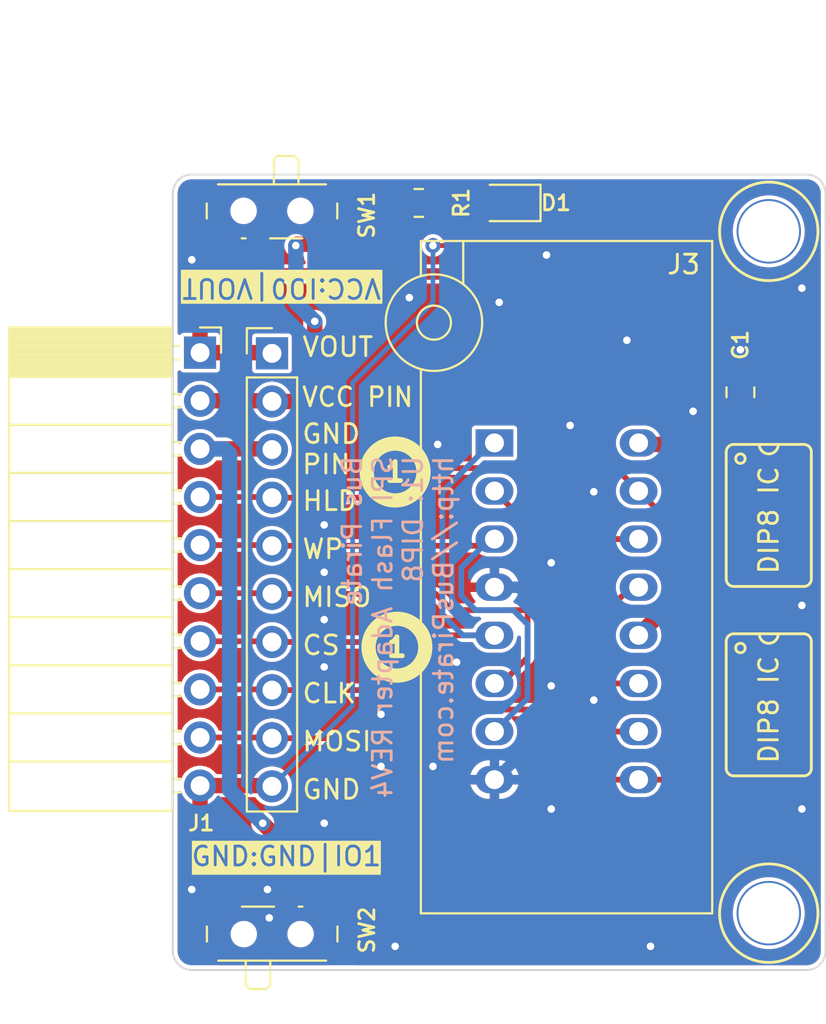
<source format=kicad_pcb>
(kicad_pcb (version 20241229) (generator "pcbnew") (generator_version "9.0")
  (layers (0 "F.Cu" signal) (2 "B.Cu" signal) (13 "F.Paste" user) (15 "B.Paste" user) (5 "F.SilkS" user "F.Silkscreen") (7 "B.SilkS" user "B.Silkscreen") (1 "F.Mask" user) (3 "B.Mask" user) (25 "Edge.Cuts" user))
  (net 0 "")
  (net 1 "Net-(D1-A)")
  (net 2 "VOUT")
  (net 3 "GND")
  (net 4 "CDI")
  (net 5 "CS")
  (net 6 "SCLK")
  (net 7 "CDO")
  (net 8 "VCC_PIN")
  (net 9 "GND_PIN")
  (net 10 "WP")
  (net 11 "HOLD")
  (net 12 "VCC_CHIP")
  (net 13 "GND_CHIP")
  (footprint "LED_SMD:LED_0805_2012Metric" (layer "F.Cu") (at 154.75 67.5 180)
    (property "Reference" "D1" (at -2.5 0 0) (layer "F.SilkS") (effects (font (size 0.8 0.8))))
    (property "Value" "LED")
    (fp_line (start 1 -0.96) (end -1.685 -0.96) (stroke (width 0.12)) (layer "F.SilkS"))
    (fp_line (start -1.685 0.96) (end 1 0.96) (stroke (width 0.12)) (layer "F.SilkS"))
    (fp_line (start -1.685 -0.96) (end -1.685 0.96) (stroke (width 0.12)) (layer "F.SilkS"))
    (pad "1" smd roundrect (at -0.9375 0 180) (size 0.975 1.4) (layers "F.Cu" "F.Mask" "F.Paste") (net 3 "GND"))
    (pad "2" smd roundrect (at 0.9375 0 180) (size 0.975 1.4) (layers "F.Cu" "F.Mask" "F.Paste") (net 1 "Net-(D1-A)"))
  )
  (footprint "Button_Switch_SMD:SW_SPDT_PCM12" (layer "F.Cu") (at 142.24 68.25 180)
    (property "Reference" "SW1" (at -5.01 0.104 90) (layer "F.SilkS") (effects (font (size 0.8 0.8))))
    (property "Value" "SW_SPDT")
    (fp_line (start 3.45 0.72) (end 3.45 -0.07) (stroke (width 0.12)) (layer "F.SilkS"))
    (fp_line (start 1.4 -1.12) (end 1.6 -1.12) (stroke (width 0.12)) (layer "F.SilkS"))
    (fp_line (start -0.1 3.02) (end -0.1 1.73) (stroke (width 0.12)) (layer "F.SilkS"))
    (fp_line (start -0.1 3.02) (end -0.3 3.23) (stroke (width 0.12)) (layer "F.SilkS"))
    (fp_line (start -1.2 3.23) (end -0.3 3.23) (stroke (width 0.12)) (layer "F.SilkS"))
    (fp_line (start -1.4 3.02) (end -1.2 3.23) (stroke (width 0.12)) (layer "F.SilkS"))
    (fp_line (start -1.4 1.73) (end -1.4 3.02) (stroke (width 0.12)) (layer "F.SilkS"))
    (fp_line (start -1.6 -1.12) (end 0.1 -1.12) (stroke (width 0.12)) (layer "F.SilkS"))
    (fp_line (start -2.85 1.73) (end 2.85 1.73) (stroke (width 0.12)) (layer "F.SilkS"))
    (fp_line (start -3.45 -0.07) (end -3.45 0.72) (stroke (width 0.12)) (layer "F.SilkS"))
    (pad "" smd rect (at -3.65 -0.78 180) (size 1 0.8) (layers "F.Cu" "F.Mask" "F.Paste"))
    (pad "" smd rect (at -3.65 1.43 180) (size 1 0.8) (layers "F.Cu" "F.Mask" "F.Paste"))
    (pad "" np_thru_hole circle (at -1.5 0.33 180) (size 0.9 0.9) (drill 0.9) (layers "*.Cu" "*.Mask"))
    (pad "" np_thru_hole circle (at 1.5 0.33 180) (size 0.9 0.9) (drill 0.9) (layers "*.Cu" "*.Mask"))
    (pad "" smd rect (at 3.65 -0.78 180) (size 1 0.8) (layers "F.Cu" "F.Mask" "F.Paste"))
    (pad "" smd rect (at 3.65 1.43 180) (size 1 0.8) (layers "F.Cu" "F.Mask" "F.Paste"))
    (pad "1" smd rect (at -2.25 -1.43 180) (size 0.7 1.5) (layers "F.Cu" "F.Mask" "F.Paste") (net 8 "VCC_PIN"))
    (pad "2" smd rect (at 0.75 -1.43 180) (size 0.7 1.5) (layers "F.Cu" "F.Mask" "F.Paste") (net 12 "VCC_CHIP"))
    (pad "3" smd rect (at 2.25 -1.43 180) (size 0.7 1.5) (layers "F.Cu" "F.Mask" "F.Paste") (net 2 "VOUT"))
  )
  (footprint "Socket:DIP_Socket-16_W4.3_W5.08_W7.62_W10.16_W10.9_3M_216-3340-00-0602J" (layer "F.Cu") (at 154 80.17)
    (property "Reference" "J3" (at 10 -9.42 0) (layer "F.SilkS"))
    (property "Value" "ZIF SOCKET")
    (fp_line (start -3.89 -10.66) (end -3.89 -8.8) (stroke (width 0.12)) (layer "F.SilkS"))
    (fp_line (start -3.89 -3.9) (end -3.89 24.84) (stroke (width 0.12)) (layer "F.SilkS"))
    (fp_line (start -3.89 24.84) (end 11.51 24.84) (stroke (width 0.12)) (layer "F.SilkS"))
    (fp_line (start -1.65 -10.66) (end -1.65 -8.4) (stroke (width 0.12)) (layer "F.SilkS"))
    (fp_line (start 11.51 -10.66) (end -3.89 -10.66) (stroke (width 0.12)) (layer "F.SilkS"))
    (fp_line (start 11.51 24.84) (end 11.51 -10.66) (stroke (width 0.12)) (layer "F.SilkS"))
    (fp_circle (center -3.2 -6.35) (end -2.3 -6.35) (stroke (width 0.12)) (fill no) (layer "F.SilkS"))
    (fp_circle (center -3.2 -6.35) (end -0.65 -6.35) (stroke (width 0.12)) (fill no) (layer "F.SilkS"))
    (pad "1" thru_hole rect (at 0 0) (size 2 1.44) (drill 1) (layers "*.Cu" "*.Mask") (net 5 "CS"))
    (pad "2" thru_hole oval (at 0 2.54) (size 2 1.44) (drill 1) (layers "*.Cu" "*.Mask") (net 4 "CDI"))
    (pad "3" thru_hole oval (at 0 5.08) (size 2 1.44) (drill 1) (layers "*.Cu" "*.Mask") (net 10 "WP"))
    (pad "4" thru_hole oval (at 0 7.62) (size 2 1.44) (drill 1) (layers "*.Cu" "*.Mask") (net 13 "GND_CHIP"))
    (pad "5" thru_hole oval (at 0 10.16) (size 2 1.44) (drill 1) (layers "*.Cu" "*.Mask") (net 5 "CS"))
    (pad "6" thru_hole oval (at 0 12.7) (size 2 1.44) (drill 1) (layers "*.Cu" "*.Mask") (net 4 "CDI"))
    (pad "7" thru_hole oval (at 0 15.24) (size 2 1.44) (drill 1) (layers "*.Cu" "*.Mask") (net 10 "WP"))
    (pad "8" thru_hole oval (at 0 17.78) (size 2 1.44) (drill 1) (layers "*.Cu" "*.Mask") (net 13 "GND_CHIP"))
    (pad "9" thru_hole oval (at 7.62 17.78) (size 2 1.44) (drill 1) (layers "*.Cu" "*.Mask") (net 7 "CDO"))
    (pad "10" thru_hole oval (at 7.62 15.24) (size 2 1.44) (drill 1) (layers "*.Cu" "*.Mask") (net 6 "SCLK"))
    (pad "11" thru_hole oval (at 7.62 12.7) (size 2 1.44) (drill 1) (layers "*.Cu" "*.Mask") (net 11 "HOLD"))
    (pad "12" thru_hole oval (at 7.62 10.16) (size 2 1.44) (drill 1) (layers "*.Cu" "*.Mask") (net 12 "VCC_CHIP"))
    (pad "13" thru_hole oval (at 7.62 7.62) (size 2 1.44) (drill 1) (layers "*.Cu" "*.Mask") (net 7 "CDO"))
    (pad "14" thru_hole oval (at 7.62 5.08) (size 2 1.44) (drill 1) (layers "*.Cu" "*.Mask") (net 6 "SCLK"))
    (pad "15" thru_hole oval (at 7.62 2.54) (size 2 1.44) (drill 1) (layers "*.Cu" "*.Mask") (net 11 "HOLD"))
    (pad "16" thru_hole oval (at 7.62 0) (size 2 1.44) (drill 1) (layers "*.Cu" "*.Mask") (net 12 "VCC_CHIP"))
  )
  (footprint "Connector_PinSocket_2.54mm:PinSocket_1x10_P2.54mm_Horizontal" (layer "F.Cu") (at 138.437442 75.405607)
    (property "Reference" "J1" (at 0.062558 24.844393 180) (layer "F.SilkS") (effects (font (size 0.8 0.8))))
    (property "Value" "Conn_01x10" (hide yes))
    (fp_line (start -10.09 -1.33) (end -10.09 24.19) (stroke (width 0.12)) (layer "F.SilkS"))
    (fp_line (start -10.09 -1.33) (end -1.46 -1.33) (stroke (width 0.12)) (layer "F.SilkS"))
    (fp_line (start -10.09 -1.21) (end -1.46 -1.21) (stroke (width 0.12)) (layer "F.SilkS"))
    (fp_line (start -10.09 -1.091905) (end -1.46 -1.091905) (stroke (width 0.12)) (layer "F.SilkS"))
    (fp_line (start -10.09 -0.97381) (end -1.46 -0.97381) (stroke (width 0.12)) (layer "F.SilkS"))
    (fp_line (start -10.09 -0.855715) (end -1.46 -0.855715) (stroke (width 0.12)) (layer "F.SilkS"))
    (fp_line (start -10.09 -0.73762) (end -1.46 -0.73762) (stroke (width 0.12)) (layer "F.SilkS"))
    (fp_line (start -10.09 -0.619525) (end -1.46 -0.619525) (stroke (width 0.12)) (layer "F.SilkS"))
    (fp_line (start -10.09 -0.50143) (end -1.46 -0.50143) (stroke (width 0.12)) (layer "F.SilkS"))
    (fp_line (start -10.09 -0.383335) (end -1.46 -0.383335) (stroke (width 0.12)) (layer "F.SilkS"))
    (fp_line (start -10.09 -0.26524) (end -1.46 -0.26524) (stroke (width 0.12)) (layer "F.SilkS"))
    (fp_line (start -10.09 -0.147145) (end -1.46 -0.147145) (stroke (width 0.12)) (layer "F.SilkS"))
    (fp_line (start -10.09 -0.02905) (end -1.46 -0.02905) (stroke (width 0.12)) (layer "F.SilkS"))
    (fp_line (start -10.09 0.089045) (end -1.46 0.089045) (stroke (width 0.12)) (layer "F.SilkS"))
    (fp_line (start -10.09 0.20714) (end -1.46 0.20714) (stroke (width 0.12)) (layer "F.SilkS"))
    (fp_line (start -10.09 0.325235) (end -1.46 0.325235) (stroke (width 0.12)) (layer "F.SilkS"))
    (fp_line (start -10.09 0.44333) (end -1.46 0.44333) (stroke (width 0.12)) (layer "F.SilkS"))
    (fp_line (start -10.09 0.561425) (end -1.46 0.561425) (stroke (width 0.12)) (layer "F.SilkS"))
    (fp_line (start -10.09 0.67952) (end -1.46 0.67952) (stroke (width 0.12)) (layer "F.SilkS"))
    (fp_line (start -10.09 0.797615) (end -1.46 0.797615) (stroke (width 0.12)) (layer "F.SilkS"))
    (fp_line (start -10.09 0.91571) (end -1.46 0.91571) (stroke (width 0.12)) (layer "F.SilkS"))
    (fp_line (start -10.09 1.033805) (end -1.46 1.033805) (stroke (width 0.12)) (layer "F.SilkS"))
    (fp_line (start -10.09 1.1519) (end -1.46 1.1519) (stroke (width 0.12)) (layer "F.SilkS"))
    (fp_line (start -10.09 1.27) (end -1.46 1.27) (stroke (width 0.12)) (layer "F.SilkS"))
    (fp_line (start -10.09 3.81) (end -1.46 3.81) (stroke (width 0.12)) (layer "F.SilkS"))
    (fp_line (start -10.09 6.35) (end -1.46 6.35) (stroke (width 0.12)) (layer "F.SilkS"))
    (fp_line (start -10.09 8.89) (end -1.46 8.89) (stroke (width 0.12)) (layer "F.SilkS"))
    (fp_line (start -10.09 11.43) (end -1.46 11.43) (stroke (width 0.12)) (layer "F.SilkS"))
    (fp_line (start -10.09 13.97) (end -1.46 13.97) (stroke (width 0.12)) (layer "F.SilkS"))
    (fp_line (start -10.09 16.51) (end -1.46 16.51) (stroke (width 0.12)) (layer "F.SilkS"))
    (fp_line (start -10.09 19.05) (end -1.46 19.05) (stroke (width 0.12)) (layer "F.SilkS"))
    (fp_line (start -10.09 21.59) (end -1.46 21.59) (stroke (width 0.12)) (layer "F.SilkS"))
    (fp_line (start -10.09 24.19) (end -1.46 24.19) (stroke (width 0.12)) (layer "F.SilkS"))
    (fp_line (start -1.46 -1.33) (end -1.46 24.19) (stroke (width 0.12)) (layer "F.SilkS"))
    (fp_line (start -1.46 -0.36) (end -1.11 -0.36) (stroke (width 0.12)) (layer "F.SilkS"))
    (fp_line (start -1.46 0.36) (end -1.11 0.36) (stroke (width 0.12)) (layer "F.SilkS"))
    (fp_line (start -1.46 2.18) (end -1.05 2.18) (stroke (width 0.12)) (layer "F.SilkS"))
    (fp_line (start -1.46 2.9) (end -1.05 2.9) (stroke (width 0.12)) (layer "F.SilkS"))
    (fp_line (start -1.46 4.72) (end -1.05 4.72) (stroke (width 0.12)) (layer "F.SilkS"))
    (fp_line (start -1.46 5.44) (end -1.05 5.44) (stroke (width 0.12)) (layer "F.SilkS"))
    (fp_line (start -1.46 7.26) (end -1.05 7.26) (stroke (width 0.12)) (layer "F.SilkS"))
    (fp_line (start -1.46 7.98) (end -1.05 7.98) (stroke (width 0.12)) (layer "F.SilkS"))
    (fp_line (start -1.46 9.8) (end -1.05 9.8) (stroke (width 0.12)) (layer "F.SilkS"))
    (fp_line (start -1.46 10.52) (end -1.05 10.52) (stroke (width 0.12)) (layer "F.SilkS"))
    (fp_line (start -1.46 12.34) (end -1.05 12.34) (stroke (width 0.12)) (layer "F.SilkS"))
    (fp_line (start -1.46 13.06) (end -1.05 13.06) (stroke (width 0.12)) (layer "F.SilkS"))
    (fp_line (start -1.46 14.88) (end -1.05 14.88) (stroke (width 0.12)) (layer "F.SilkS"))
    (fp_line (start -1.46 15.6) (end -1.05 15.6) (stroke (width 0.12)) (layer "F.SilkS"))
    (fp_line (start -1.46 17.42) (end -1.05 17.42) (stroke (width 0.12)) (layer "F.SilkS"))
    (fp_line (start -1.46 18.14) (end -1.05 18.14) (stroke (width 0.12)) (layer "F.SilkS"))
    (fp_line (start -1.46 19.96) (end -1.05 19.96) (stroke (width 0.12)) (layer "F.SilkS"))
    (fp_line (start -1.46 20.68) (end -1.05 20.68) (stroke (width 0.12)) (layer "F.SilkS"))
    (fp_line (start -1.46 22.5) (end -1.05 22.5) (stroke (width 0.12)) (layer "F.SilkS"))
    (fp_line (start -1.46 23.22) (end -1.05 23.22) (stroke (width 0.12)) (layer "F.SilkS"))
    (fp_line (start 0 -1.33) (end 1.11 -1.33) (stroke (width 0.12)) (layer "F.SilkS"))
    (fp_line (start 1.11 -1.33) (end 1.11 0) (stroke (width 0.12)) (layer "F.SilkS"))
    (pad "1" thru_hole rect (at 0 0) (size 1.7 1.7) (drill 1) (layers "*.Cu" "*.Mask") (net 2 "VOUT"))
    (pad "2" thru_hole oval (at 0 2.54) (size 1.7 1.7) (drill 1) (layers "*.Cu" "*.Mask") (net 8 "VCC_PIN"))
    (pad "3" thru_hole oval (at 0 5.08) (size 1.7 1.7) (drill 1) (layers "*.Cu" "*.Mask") (net 9 "GND_PIN"))
    (pad "4" thru_hole oval (at 0 7.62) (size 1.7 1.7) (drill 1) (layers "*.Cu" "*.Mask") (net 11 "HOLD"))
    (pad "5" thru_hole oval (at 0 10.16) (size 1.7 1.7) (drill 1) (layers "*.Cu" "*.Mask") (net 10 "WP"))
    (pad "6" thru_hole oval (at 0 12.7) (size 1.7 1.7) (drill 1) (layers "*.Cu" "*.Mask") (net 4 "CDI"))
    (pad "7" thru_hole oval (at 0 15.24) (size 1.7 1.7) (drill 1) (layers "*.Cu" "*.Mask") (net 5 "CS"))
    (pad "8" thru_hole oval (at 0 17.78) (size 1.7 1.7) (drill 1) (layers "*.Cu" "*.Mask") (net 6 "SCLK"))
    (pad "9" thru_hole oval (at 0 20.32) (size 1.7 1.7) (drill 1) (layers "*.Cu" "*.Mask") (net 7 "CDO"))
    (pad "10" thru_hole oval (at 0 22.86) (size 1.7 1.7) (drill 1) (layers "*.Cu" "*.Mask") (net 3 "GND"))
  )
  (footprint "Capacitor_SMD:C_0805_2012Metric" (layer "F.Cu") (at 167 77.5 90)
    (property "Reference" "C1" (at 2.5 0 90) (layer "F.SilkS") (effects (font (size 0.8 0.8))))
    (property "Value" "0.1uF")
    (fp_line (start -0.261252 -0.735) (end 0.261252 -0.735) (stroke (width 0.12)) (layer "F.SilkS"))
    (fp_line (start -0.261252 0.735) (end 0.261252 0.735) (stroke (width 0.12)) (layer "F.SilkS"))
    (pad "1" smd roundrect (at -0.95 0 90) (size 1 1.45) (layers "F.Cu" "F.Mask" "F.Paste") (net 12 "VCC_CHIP"))
    (pad "2" smd roundrect (at 0.95 0 90) (size 1 1.45) (layers "F.Cu" "F.Mask" "F.Paste") (net 13 "GND_CHIP"))
  )
  (footprint "Connector_PinHeader_2.54mm:PinHeader_1x10_P2.54mm_Vertical" (layer "F.Cu") (at 142.24 75.443)
    (property "Reference" "J2")
    (property "Value" "Conn_01x10" (hide yes))
    (fp_line (start -1.33 -1.33) (end 0 -1.33) (stroke (width 0.12)) (layer "F.SilkS"))
    (fp_line (start -1.33 0) (end -1.33 -1.33) (stroke (width 0.12)) (layer "F.SilkS"))
    (fp_line (start -1.33 1.27) (end -1.33 24.19) (stroke (width 0.12)) (layer "F.SilkS"))
    (fp_line (start -1.33 1.27) (end 1.33 1.27) (stroke (width 0.12)) (layer "F.SilkS"))
    (fp_line (start -1.33 24.19) (end 1.33 24.19) (stroke (width 0.12)) (layer "F.SilkS"))
    (fp_line (start 1.33 1.27) (end 1.33 24.19) (stroke (width 0.12)) (layer "F.SilkS"))
    (pad "1" thru_hole rect (at 0 0) (size 1.7 1.7) (drill 1) (layers "*.Cu" "*.Mask") (net 2 "VOUT"))
    (pad "2" thru_hole oval (at 0 2.54) (size 1.7 1.7) (drill 1) (layers "*.Cu" "*.Mask") (net 8 "VCC_PIN"))
    (pad "3" thru_hole oval (at 0 5.08) (size 1.7 1.7) (drill 1) (layers "*.Cu" "*.Mask") (net 9 "GND_PIN"))
    (pad "4" thru_hole oval (at 0 7.62) (size 1.7 1.7) (drill 1) (layers "*.Cu" "*.Mask") (net 11 "HOLD"))
    (pad "5" thru_hole oval (at 0 10.16) (size 1.7 1.7) (drill 1) (layers "*.Cu" "*.Mask") (net 10 "WP"))
    (pad "6" thru_hole oval (at 0 12.7) (size 1.7 1.7) (drill 1) (layers "*.Cu" "*.Mask") (net 4 "CDI"))
    (pad "7" thru_hole oval (at 0 15.24) (size 1.7 1.7) (drill 1) (layers "*.Cu" "*.Mask") (net 5 "CS"))
    (pad "8" thru_hole oval (at 0 17.78) (size 1.7 1.7) (drill 1) (layers "*.Cu" "*.Mask") (net 6 "SCLK"))
    (pad "9" thru_hole oval (at 0 20.32) (size 1.7 1.7) (drill 1) (layers "*.Cu" "*.Mask") (net 7 "CDO"))
    (pad "10" thru_hole oval (at 0 22.86) (size 1.7 1.7) (drill 1) (layers "*.Cu" "*.Mask") (net 3 "GND"))
  )
  (footprint "Button_Switch_SMD:SW_SPDT_PCM12" (layer "F.Cu") (at 142.25 105.775)
    (property "Reference" "SW2" (at 5.01 0.118 270) (layer "F.SilkS") (effects (font (size 0.8 0.8))))
    (property "Value" "SW_SPDT")
    (fp_line (start -3.45 -0.07) (end -3.45 0.72) (stroke (width 0.12)) (layer "F.SilkS"))
    (fp_line (start -2.85 1.73) (end 2.85 1.73) (stroke (width 0.12)) (layer "F.SilkS"))
    (fp_line (start -1.6 -1.12) (end 0.1 -1.12) (stroke (width 0.12)) (layer "F.SilkS"))
    (fp_line (start -1.4 1.73) (end -1.4 3.02) (stroke (width 0.12)) (layer "F.SilkS"))
    (fp_line (start -1.4 3.02) (end -1.2 3.23) (stroke (width 0.12)) (layer "F.SilkS"))
    (fp_line (start -1.2 3.23) (end -0.3 3.23) (stroke (width 0.12)) (layer "F.SilkS"))
    (fp_line (start -0.1 3.02) (end -0.3 3.23) (stroke (width 0.12)) (layer "F.SilkS"))
    (fp_line (start -0.1 3.02) (end -0.1 1.73) (stroke (width 0.12)) (layer "F.SilkS"))
    (fp_line (start 1.4 -1.12) (end 1.6 -1.12) (stroke (width 0.12)) (layer "F.SilkS"))
    (fp_line (start 3.45 0.72) (end 3.45 -0.07) (stroke (width 0.12)) (layer "F.SilkS"))
    (pad "" smd rect (at -3.65 -0.78) (size 1 0.8) (layers "F.Cu" "F.Mask" "F.Paste"))
    (pad "" smd rect (at -3.65 1.43) (size 1 0.8) (layers "F.Cu" "F.Mask" "F.Paste"))
    (pad "" np_thru_hole circle (at -1.5 0.33) (size 0.9 0.9) (drill 0.9) (layers "*.Cu" "*.Mask"))
    (pad "" np_thru_hole circle (at 1.5 0.33) (size 0.9 0.9) (drill 0.9) (layers "*.Cu" "*.Mask"))
    (pad "" smd rect (at 3.65 -0.78) (size 1 0.8) (layers "F.Cu" "F.Mask" "F.Paste"))
    (pad "" smd rect (at 3.65 1.43) (size 1 0.8) (layers "F.Cu" "F.Mask" "F.Paste"))
    (pad "1" smd rect (at -2.25 -1.43) (size 0.7 1.5) (layers "F.Cu" "F.Mask" "F.Paste") (net 3 "GND"))
    (pad "2" smd rect (at 0.75 -1.43) (size 0.7 1.5) (layers "F.Cu" "F.Mask" "F.Paste") (net 13 "GND_CHIP"))
    (pad "3" smd rect (at 2.25 -1.43) (size 0.7 1.5) (layers "F.Cu" "F.Mask" "F.Paste") (net 9 "GND_PIN"))
  )
  (footprint "Resistor_SMD:R_0805_2012Metric" (layer "F.Cu") (at 150 67.5)
    (property "Reference" "R1" (at 2.25 0 90) (layer "F.SilkS") (effects (font (size 0.8 0.8))))
    (property "Value" "2K")
    (fp_line (start -0.227064 -0.735) (end 0.227064 -0.735) (stroke (width 0.12)) (layer "F.SilkS"))
    (fp_line (start -0.227064 0.735) (end 0.227064 0.735) (stroke (width 0.12)) (layer "F.SilkS"))
    (pad "1" smd roundrect (at -0.9125 0) (size 1.025 1.4) (layers "F.Cu" "F.Mask" "F.Paste") (roundrect_rratio 0.243902439) (net 2 "VOUT"))
    (pad "2" smd roundrect (at 0.9125 0) (size 1.025 1.4) (layers "F.Cu" "F.Mask" "F.Paste") (roundrect_rratio 0.243902439) (net 1 "Net-(D1-A)"))
  )
  (gr_circle (center 148.75 81.707106) (end 150.25 81.707106) (stroke (width 0.75)) (fill no) (layer "F.SilkS"))
  (gr_circle (center 168.5 69) (end 171.1 69) (stroke (width 0.15)) (fill no) (layer "F.SilkS"))
  (gr_circle (center 167 81) (end 167.25 81) (stroke (width 0.15)) (fill no) (layer "F.SilkS"))
  (gr_line (start 170.35 97.75) (end 166.65 97.75) (stroke (width 0.15)) (layer "F.SilkS"))
  (gr_circle (center 168.5 105) (end 171.1 105) (stroke (width 0.15)) (fill no) (layer "F.SilkS"))
  (gr_line (start 170.75 90.65) (end 170.75 97.35) (stroke (width 0.15)) (layer "F.SilkS"))
  (gr_line (start 170.75 80.65) (end 170.75 87.35) (stroke (width 0.15)) (layer "F.SilkS"))
  (gr_arc (start 169 80.25) (mid 168.5 80.75) (end 168 80.25) (stroke (width 0.15)) (layer "F.SilkS"))
  (gr_line (start 166.65 80.25) (end 170.35 80.25) (stroke (width 0.15)) (layer "F.SilkS"))
  (gr_arc (start 166.65 97.75) (mid 166.367157 97.632843) (end 166.25 97.35) (stroke (width 0.15)) (layer "F.SilkS"))
  (gr_line (start 166.25 87.35) (end 166.25 80.65) (stroke (width 0.15)) (layer "F.SilkS"))
  (gr_arc (start 166.25 90.65) (mid 166.367157 90.367157) (end 166.65 90.25) (stroke (width 0.15)) (layer "F.SilkS"))
  (gr_arc (start 170.75 97.35) (mid 170.632843 97.632843) (end 170.35 97.75) (stroke (width 0.15)) (layer "F.SilkS"))
  (gr_arc (start 170.35 80.25) (mid 170.632843 80.367157) (end 170.75 80.65) (stroke (width 0.15)) (layer "F.SilkS"))
  (gr_circle (center 148.844 90.956) (end 150.344 90.956) (stroke (width 0.75)) (fill no) (layer "F.SilkS"))
  (gr_line (start 166.65 90.25) (end 170.35 90.25) (stroke (width 0.15)) (layer "F.SilkS"))
  (gr_arc (start 169 90.25) (mid 168.5 90.75) (end 168 90.25) (stroke (width 0.15)) (layer "F.SilkS"))
  (gr_arc (start 166.65 87.75) (mid 166.367157 87.632843) (end 166.25 87.35) (stroke (width 0.15)) (layer "F.SilkS"))
  (gr_line (start 166.25 97.35) (end 166.25 90.65) (stroke (width 0.15)) (layer "F.SilkS"))
  (gr_arc (start 170.35 90.25) (mid 170.632843 90.367157) (end 170.75 90.65) (stroke (width 0.15)) (layer "F.SilkS"))
  (gr_arc (start 170.75 87.35) (mid 170.632843 87.632843) (end 170.35 87.75) (stroke (width 0.15)) (layer "F.SilkS"))
  (gr_line (start 170.35 87.75) (end 166.65 87.75) (stroke (width 0.15)) (layer "F.SilkS"))
  (gr_circle (center 167 91) (end 167.25 91) (stroke (width 0.15)) (fill no) (layer "F.SilkS"))
  (gr_arc (start 166.25 80.65) (mid 166.367157 80.367157) (end 166.65 80.25) (stroke (width 0.15)) (layer "F.SilkS"))
  (gr_line (start 138 66) (end 170.5 66) (stroke (width 0.1)) (layer "Edge.Cuts"))
  (gr_line (start 138 108) (end 170.5 108) (stroke (width 0.1)) (layer "Edge.Cuts"))
  (gr_line (start 171.5 107) (end 171.5 67) (stroke (width 0.1)) (layer "Edge.Cuts"))
  (gr_line (start 137 67) (end 137 107) (stroke (width 0.1)) (layer "Edge.Cuts"))
  (gr_arc (start 171.5 107) (mid 171.207107 107.707107) (end 170.5 108) (stroke (width 0.1)) (layer "Edge.Cuts"))
  (gr_arc (start 170.5 66) (mid 171.207107 66.292893) (end 171.5 67) (stroke (width 0.1)) (layer "Edge.Cuts"))
  (gr_arc (start 138 108) (mid 137.292893 107.707107) (end 137 107) (stroke (width 0.1)) (layer "Edge.Cuts"))
  (gr_arc (start 137 67) (mid 137.292893 66.292893) (end 138 66) (stroke (width 0.1)) (layer "Edge.Cuts"))
  (gr_text "VCC:IO0|VOUT" (at 142.75 72 180) (layer "F.SilkS" knockout) (effects (font (size 1 1))))
  (gr_text "DIP8 IC" (at 168.5 94.25 90) (layer "F.SilkS") (effects (font (size 1 1))))
  (gr_text "HLD" (at 143.764 83.82 0) (layer "F.SilkS") (effects (font (size 1 1)) (justify left bottom)))
  (gr_text "WP" (at 143.764 86.36 0) (layer "F.SilkS") (effects (font (size 1 1)) (justify left bottom)))
  (gr_text "VCC PIN" (at 143.75 77.75 0) (layer "F.SilkS") (effects (font (size 1 0.95)) (justify left)))
  (gr_text "MISO" (at 143.764 88.9 0) (layer "F.SilkS") (effects (font (size 1 1)) (justify left bottom)))
  (gr_text "MOSI" (at 143.764 96.52 0) (layer "F.SilkS") (effects (font (size 1 1)) (justify left bottom)))
  (gr_text "DIP8 IC" (at 168.5 84.25 90) (layer "F.SilkS") (effects (font (size 1 1))))
  (gr_text "CLK" (at 143.764 93.98 0) (layer "F.SilkS") (effects (font (size 1 1)) (justify left bottom)))
  (gr_text "VOUT" (at 143.764 75.692 0) (layer "F.SilkS") (effects (font (size 1 1)) (justify left bottom)))
  (gr_text "GND:GND|IO1" (at 143 102 0) (layer "F.SilkS" knockout) (effects (font (size 1 1))))
  (gr_text "GND\nPIN" (at 143.75 80.5 0) (layer "F.SilkS") (effects (font (size 1 1)) (justify left)))
  (gr_text "1" (at 148.844 90.956 0) (layer "F.SilkS") (effects (font (size 1 1) (thickness 0.25) (bold yes))))
  (gr_text "GND" (at 143.764 99.06 0) (layer "F.SilkS") (effects (font (size 1 1)) (justify left bottom)))
  (gr_text "1" (at 148.75 81.707106 0) (layer "F.SilkS") (effects (font (size 1 1) (thickness 0.25) (bold yes))))
  (gr_text "CS" (at 143.764 91.44 0) (layer "F.SilkS") (effects (font (size 1 1)) (justify left bottom)))
  (gr_text "Bus Pirate\nSPI Flash Adapter REV4\nU1: DIP8\nhttp://BusPirate.com" (at 151.892 80.772 90) (layer "B.SilkS") (effects (font (size 1 1)) (justify left bottom mirror)))
  (via (at 168.5 69) (size 3.4) (drill 3.2) (layers "F.Cu" "B.Cu") (net 0))
  (via (at 168.5 105) (size 3.4) (drill 3.2) (layers "F.Cu" "B.Cu") (net 0))
  (segment (start 150.9125 67.5) (end 153.8125 67.5) (width 0.25) (layer "F.Cu") (net 1))
  (segment (start 139.75 67.25) (end 140.25 66.75) (width 0.3048) (layer "F.Cu") (net 2))
  (segment (start 138.437442 75.405607) (end 142.202607 75.405607) (width 0.8128) (layer "F.Cu") (net 2))
  (segment (start 139.75 68.5) (end 139.75 67.25) (width 0.3048) (layer "F.Cu") (net 2))
  (segment (start 145.25 67.75) (end 148.8375 67.75) (width 0.3048) (layer "F.Cu") (net 2))
  (segment (start 148.8375 67.75) (end 149.0875 67.5) (width 0.3048) (layer "F.Cu") (net 2))
  (segment (start 139.99 68.74) (end 139.75 68.5) (width 0.3048) (layer "F.Cu") (net 2))
  (segment (start 142.202607 75.405607) (end 142.24 75.443) (width 0.8128) (layer "F.Cu") (net 2))
  (segment (start 144.25 66.75) (end 145.25 67.75) (width 0.3048) (layer "F.Cu") (net 2))
  (segment (start 139.99 71.01) (end 139.99 69.68) (width 0.8128) (layer "F.Cu") (net 2))
  (segment (start 138.437442 72.562558) (end 139.99 71.01) (width 0.8128) (layer "F.Cu") (net 2))
  (segment (start 138.437442 75.405607) (end 138.437442 72.562558) (width 0.8128) (layer "F.Cu") (net 2))
  (segment (start 140.25 66.75) (end 144.25 66.75) (width 0.3048) (layer "F.Cu") (net 2))
  (segment (start 139.99 69.68) (end 139.99 68.74) (width 0.3048) (layer "F.Cu") (net 2))
  (segment (start 150.75 69.75) (end 153.4375 69.75) (width 0.25) (layer "F.Cu") (net 3))
  (segment (start 138.437442 98.265607) (end 142.202607 98.265607) (width 0.8128) (layer "F.Cu") (net 3))
  (segment (start 142.202607 98.265607) (end 142.24 98.303) (width 0.8128) (layer "F.Cu") (net 3))
  (segment (start 138.437442 100.187442) (end 138.437442 98.265607) (width 0.8128) (layer "F.Cu") (net 3))
  (segment (start 140 101.75) (end 138.437442 100.187442) (width 0.8128) (layer "F.Cu") (net 3))
  (segment (start 140 104.345) (end 140 101.75) (width 0.8128) (layer "F.Cu") (net 3))
  (segment (start 153.4375 69.75) (end 155.6875 67.5) (width 0.25) (layer "F.Cu") (net 3))
  (via (at 150.75 69.75) (size 0.8) (drill 0.4) (layers "F.Cu" "B.Cu") (net 3))
  (segment (start 146.5 94.043) (end 146.5 77) (width 0.25) (layer "B.Cu") (net 3))
  (segment (start 146.5 77) (end 150.75 72.75) (width 0.25) (layer "B.Cu") (net 3))
  (segment (start 142.24 98.303) (end 146.5 94.043) (width 0.25) (layer "B.Cu") (net 3))
  (segment (start 150.75 72.75) (end 150.75 69.75) (width 0.25) (layer "B.Cu") (net 3))
  (segment (start 142.202607 88.105607) (end 142.24 88.143) (width 0.3048) (layer "F.Cu") (net 4))
  (segment (start 155.75 86.643) (end 155.75 89) (width 0.3048) (layer "F.Cu") (net 4))
  (segment (start 150.893 88.143) (end 142.24 88.143) (width 0.3048) (layer "F.Cu") (net 4))
  (segment (start 151.75 89) (end 155.75 89) (width 0.3048) (layer "F.Cu") (net 4))
  (segment (start 155.75 89) (end 155.75 91.5) (width 0.3048) (layer "F.Cu") (net 4))
  (segment (start 150.893 88.143) (end 151.75 89) (width 0.3048) (layer "F.Cu") (net 4))
  (segment (start 155.75 86.643) (end 155.75 84.46) (width 0.3048) (layer "F.Cu") (net 4))
  (segment (start 155.75 91.5) (end 154.38 92.87) (width 0.3048) (layer "F.Cu") (net 4))
  (segment (start 155.75 84.46) (end 154 82.71) (width 0.3048) (layer "F.Cu") (net 4))
  (segment (start 154.38 92.87) (end 154 92.87) (width 0.3048) (layer "F.Cu") (net 4))
  (segment (start 138.437442 88.105607) (end 142.202607 88.105607) (width 0.3048) (layer "F.Cu") (net 4))
  (segment (start 151 90.33) (end 154 90.33) (width 0.3048) (layer "F.Cu") (net 5))
  (segment (start 142.202607 90.645607) (end 142.24 90.683) (width 0.3048) (layer "F.Cu") (net 5))
  (segment (start 150.647 90.683) (end 151 90.33) (width 0.3048) (layer "F.Cu") (net 5))
  (segment (start 142.24 90.683) (end 150.647 90.683) (width 0.3048) (layer "F.Cu") (net 5))
  (segment (start 138.437442 90.645607) (end 142.202607 90.645607) (width 0.3048) (layer "F.Cu") (net 5))
  (segment (start 151.25 82.75) (end 151.25 89.25) (width 0.3048) (layer "B.Cu") (net 5))
  (segment (start 152.33 90.33) (end 154 90.33) (width 0.3048) (layer "B.Cu") (net 5))
  (segment (start 154 80.17) (end 153.83 80.17) (width 0.3048) (layer "B.Cu") (net 5))
  (segment (start 151.25 89.25) (end 152.33 90.33) (width 0.3048) (layer "B.Cu") (net 5))
  (segment (start 153.83 80.17) (end 151.25 82.75) (width 0.3048) (layer "B.Cu") (net 5))
  (segment (start 142.24 93.223) (end 151.473 93.223) (width 0.3048) (layer "F.Cu") (net 6))
  (segment (start 151.473 93.223) (end 152.5 94.25) (width 0.3048) (layer "F.Cu") (net 6))
  (segment (start 142.202607 93.185607) (end 142.24 93.223) (width 0.3048) (layer "F.Cu") (net 6))
  (segment (start 152.5 94.25) (end 158 94.25) (width 0.3048) (layer "F.Cu") (net 6))
  (segment (start 158 87.25) (end 158 94.25) (width 0.3048) (layer "F.Cu") (net 6))
  (segment (start 160 85.25) (end 158 87.25) (width 0.3048) (layer "F.Cu") (net 6))
  (segment (start 159.16 95.41) (end 161.62 95.41) (width 0.3048) (layer "F.Cu") (net 6))
  (segment (start 161.62 85.25) (end 160 85.25) (width 0.3048) (layer "F.Cu") (net 6))
  (segment (start 138.437442 93.185607) (end 142.202607 93.185607) (width 0.3048) (layer "F.Cu") (net 6))
  (segment (start 158 94.25) (end 159.16 95.41) (width 0.3048) (layer "F.Cu") (net 6))
  (segment (start 164.25 93) (end 164.25 96.6248) (width 0.3048) (layer "F.Cu") (net 7))
  (segment (start 151.263 95.763) (end 152.25 96.75) (width 0.3048) (layer "F.Cu") (net 7))
  (segment (start 164.25 96.6248) (end 162.9248 97.95) (width 0.3048) (layer "F.Cu") (net 7))
  (segment (start 161.62 87.79) (end 161.21 87.79) (width 0.3048) (layer "F.Cu") (net 7))
  (segment (start 152.25 96.75) (end 157 96.75) (width 0.3048) (layer "F.Cu") (net 7))
  (segment (start 142.24 95.763) (end 151.263 95.763) (width 0.3048) (layer "F.Cu") (net 7))
  (segment (start 160 89) (end 160 91) (width 0.3048) (layer "F.Cu") (net 7))
  (segment (start 142.202607 95.725607) (end 142.24 95.763) (width 0.3048) (layer "F.Cu") (net 7))
  (segment (start 160 91) (end 160.5 91.5) (width 0.3048) (layer "F.Cu") (net 7))
  (segment (start 160.5 91.5) (end 162.75 91.5) (width 0.3048) (layer "F.Cu") (net 7))
  (segment (start 138.437442 95.725607) (end 142.202607 95.725607) (width 0.3048) (layer "F.Cu") (net 7))
  (segment (start 162.75 91.5) (end 164.25 93) (width 0.3048) (layer "F.Cu") (net 7))
  (segment (start 157 96.75) (end 158.2 97.95) (width 0.3048) (layer "F.Cu") (net 7))
  (segment (start 162.9248 97.95) (end 161.62 97.95) (width 0.3048) (layer "F.Cu") (net 7))
  (segment (start 161.21 87.79) (end 160 89) (width 0.3048) (layer "F.Cu") (net 7))
  (segment (start 158.2 97.95) (end 161.62 97.95) (width 0.3048) (layer "F.Cu") (net 7))
  (segment (start 142.24 77.983) (end 143.767 77.983) (width 0.8128) (layer "F.Cu") (net 8))
  (segment (start 143.57 69.68) (end 144.49 69.68) (width 0.8128) (layer "F.Cu") (net 8))
  (segment (start 142.202607 77.945607) (end 142.24 77.983) (width 0.8128) (layer "F.Cu") (net 8))
  (segment (start 144.5 77.25) (end 144.5 73.75) (width 0.8128) (layer "F.Cu") (net 8))
  (segment (start 143.767 77.983) (end 144.5 77.25) (width 0.8128) (layer "F.Cu") (net 8))
  (segment (start 138.437442 77.945607) (end 142.202607 77.945607) (width 0.8128) (layer "F.Cu") (net 8))
  (segment (start 143.5 69.75) (end 143.57 69.68) (width 0.8128) (layer "F.Cu") (net 8))
  (via (at 143.5 69.75) (size 0.8) (drill 0.4) (layers "F.Cu" "B.Cu") (net 8))
  (via (at 144.5 73.75) (size 0.8) (drill 0.4) (layers "F.Cu" "B.Cu") (net 8))
  (segment (start 143.5 72.75) (end 144.5 73.75) (width 0.8128) (layer "B.Cu") (net 8))
  (segment (start 143.5 69.75) (end 143.5 72.75) (width 0.8128) (layer "B.Cu") (net 8))
  (segment (start 141.75 100.25) (end 144.5 103) (width 0.8128) (layer "F.Cu") (net 9))
  (segment (start 138.437442 80.485607) (end 142.202607 80.485607) (width 0.8128) (layer "F.Cu") (net 9))
  (segment (start 144.5 103) (end 144.5 104.345) (width 0.8128) (layer "F.Cu") (net 9))
  (segment (start 142.202607 80.485607) (end 142.24 80.523) (width 0.8128) (layer "F.Cu") (net 9))
  (via (at 141.75 100.25) (size 0.8) (drill 0.4) (layers "F.Cu" "B.Cu") (net 9))
  (segment (start 140 98.5) (end 140 80.75) (width 0.8128) (layer "B.Cu") (net 9))
  (segment (start 140 80.75) (end 139.735607 80.485607) (width 0.8128) (layer "B.Cu") (net 9))
  (segment (start 141.75 100.25) (end 140 98.5) (width 0.8128) (layer "B.Cu") (net 9))
  (segment (start 139.735607 80.485607) (end 138.437442 80.485607) (width 0.8128) (layer "B.Cu") (net 9))
  (segment (start 142.24 85.603) (end 153.647 85.603) (width 0.3048) (layer "F.Cu") (net 10))
  (segment (start 153.647 85.603) (end 154 85.25) (width 0.3048) (layer "F.Cu") (net 10))
  (segment (start 138.437442 85.565607) (end 142.202607 85.565607) (width 0.3048) (layer "F.Cu") (net 10))
  (segment (start 142.202607 85.565607) (end 142.24 85.603) (width 0.3048) (layer "F.Cu") (net 10))
  (segment (start 155.75 89.75) (end 155 89) (width 0.3048) (layer "B.Cu") (net 10))
  (segment (start 154 95.41) (end 155.75 93.66) (width 0.3048) (layer "B.Cu") (net 10))
  (segment (start 155.75 93.66) (end 155.75 89.75) (width 0.3048) (layer "B.Cu") (net 10))
  (segment (start 153.75 85.25) (end 154 85.25) (width 0.3048) (layer "B.Cu") (net 10))
  (segment (start 153 89) (end 152.25 88.25) (width 0.3048) (layer "B.Cu") (net 10))
  (segment (start 155 89) (end 153 89) (width 0.3048) (layer "B.Cu") (net 10))
  (segment (start 152.25 86.75) (end 153.75 85.25) (width 0.3048) (layer "B.Cu") (net 10))
  (segment (start 152.25 88.25) (end 152.25 86.75) (width 0.3048) (layer "B.Cu") (net 10))
  (segment (start 163.5 84.59) (end 161.62 82.71) (width 0.3048) (layer "F.Cu") (net 11))
  (segment (start 138.437442 83.025607) (end 142.202607 83.025607) (width 0.3048) (layer "F.Cu") (net 11))
  (segment (start 142.202607 83.025607) (end 142.24 83.063) (width 0.3048) (layer "F.Cu") (net 11))
  (segment (start 161.62 92.87) (end 160.37 92.87) (width 0.3048) (layer "F.Cu") (net 11))
  (segment (start 160.41 81.5) (end 149 81.5) (width 0.3048) (layer "F.Cu") (net 11))
  (segment (start 162.75 86.5) (end 163.5 85.75) (width 0.3048) (layer "F.Cu") (net 11))
  (segment (start 159.25 91.75) (end 159.25 88) (width 0.3048) (layer "F.Cu") (net 11))
  (segment (start 163.5 85.75) (end 163.5 84.59) (width 0.3048) (layer "F.Cu") (net 11))
  (segment (start 160.37 92.87) (end 159.25 91.75) (width 0.3048) (layer "F.Cu") (net 11))
  (segment (start 149 81.5) (end 147.437 83.063) (width 0.3048) (layer "F.Cu") (net 11))
  (segment (start 147.437 83.063) (end 142.24 83.063) (width 0.3048) (layer "F.Cu") (net 11))
  (segment (start 159.25 88) (end 160.75 86.5) (width 0.3048) (layer "F.Cu") (net 11))
  (segment (start 160.75 86.5) (end 162.75 86.5) (width 0.3048) (layer "F.Cu") (net 11))
  (segment (start 161.62 82.71) (end 160.41 81.5) (width 0.3048) (layer "F.Cu") (net 11))
  (segment (start 142.25 71.25) (end 155 71.25) (width 0.6096) (layer "F.Cu") (net 12))
  (segment (start 164.75 76.5) (end 166.7 78.45) (width 0.6096) (layer "F.Cu") (net 12))
  (segment (start 160.25 76.5) (end 164.75 76.5) (width 0.6096) (layer "F.Cu") (net 12))
  (segment (start 165.2 80.25) (end 167 78.45) (width 0.8128) (layer "F.Cu") (net 12))
  (segment (start 155 71.25) (end 160.25 76.5) (width 0.6096) (layer "F.Cu") (net 12))
  (segment (start 161.7 80.25) (end 164.75 80.25) (width 0.8128) (layer "F.Cu") (net 12))
  (segment (start 164.75 80.25) (end 165.2 80.25) (width 0.8128) (layer "F.Cu") (net 12))
  (segment (start 141.49 69.68) (end 141.49 70.49) (width 0.6096) (layer "F.Cu") (net 12))
  (segment (start 141.49 70.49) (end 142.25 71.25) (width 0.6096) (layer "F.Cu") (net 12))
  (segment (start 161.62 80.17) (end 161.7 80.25) (width 0.8128) (layer "F.Cu") (net 12))
  (segment (start 164.75 80.25) (end 164.75 87.2) (width 0.8128) (layer "F.Cu") (net 12))
  (segment (start 164.75 87.2) (end 161.62 90.33) (width 0.8128) (layer "F.Cu") (net 12))
  (segment (start 166.7 78.45) (end 167 78.45) (width 0.6096) (layer "F.Cu") (net 12))
  (segment (start 142.095 105.25) (end 142.5 105.25) (width 0.8128) (layer "F.Cu") (net 13))
  (segment (start 143 104.75) (end 143 104.345) (width 0.8128) (layer "F.Cu") (net 13))
  (segment (start 167 76.55) (end 167 75.25) (width 0.8128) (layer "F.Cu") (net 13))
  (segment (start 142 103.75) (end 142.5 103.75) (width 0.8128) (layer "F.Cu") (net 13))
  (segment (start 143 104.25) (end 143 104.345) (width 0.8128) (layer "F.Cu") (net 13))
  (segment (start 142.5 103.75) (end 143 104.25) (width 0.8128) (layer "F.Cu") (net 13))
  (segment (start 142.5 105.25) (end 143 104.75) (width 0.8128) (layer "F.Cu") (net 13))
  (via (at 157 99.5) (size 0.8) (drill 0.4) (layers "F.Cu" "B.Cu") (net 13))
  (via (at 148.75 106.75) (size 0.8) (drill 0.4) (layers "F.Cu" "B.Cu") (net 13))
  (via (at 170.25 72) (size 0.8) (drill 0.4) (layers "F.Cu" "B.Cu") (net 13))
  (via (at 145 87) (size 0.8) (drill 0.4) (layers "F.Cu" "B.Cu") (net 13))
  (via (at 162.25 106.75) (size 0.8) (drill 0.4) (layers "F.Cu" "B.Cu") (net 13))
  (via (at 145 92) (size 0.8) (drill 0.4) (layers "F.Cu" "B.Cu") (net 13))
  (via (at 170.25 88.75) (size 0.8) (drill 0.4) (layers "F.Cu" "B.Cu") (net 13))
  (via (at 152 91.75) (size 0.8) (drill 0.4) (layers "F.Cu" "B.Cu") (net 13))
  (via (at 150.75 97.25) (size 0.8) (drill 0.4) (layers "F.Cu" "B.Cu") (net 13))
  (via (at 145 89.5) (size 0.8) (drill 0.4) (layers "F.Cu" "B.Cu") (net 13))
  (via (at 156.75 70.25) (size 0.8) (drill 0.4) (layers "F.Cu" "B.Cu") (net 13))
  (via (at 159.25 93.75) (size 0.8) (drill 0.4) (layers "F.Cu" "B.Cu") (net 13))
  (via (at 145 100.25) (size 0.8) (drill 0.4) (layers "F.Cu" "B.Cu") (net 13))
  (via (at 142.095 105.25) (size 0.8) (drill 0.4) (layers "F.Cu" "B.Cu") (net 13))
  (via (at 138 103.75) (size 0.8) (drill 0.4) (layers "F.Cu" "B.Cu") (net 13))
  (via (at 148 94.5) (size 0.8) (drill 0.4) (layers "F.Cu" "B.Cu") (net 13))
  (via (at 138 70.5) (size 0.8) (drill 0.4) (layers "F.Cu" "B.Cu") (net 13))
  (via (at 167 75.25) (size 0.8) (drill 0.4) (layers "F.Cu" "B.Cu") (net 13))
  (via (at 159.25 82.75) (size 0.8) (drill 0.4) (layers "F.Cu" "B.Cu") (net 13))
  (via (at 154.25 72.75) (size 0.8) (drill 0.4) (layers "F.Cu" "B.Cu") (net 13))
  (via (at 161 74.75) (size 0.8) (drill 0.4) (layers "F.Cu" "B.Cu") (net 13))
  (via (at 149.5 72.5) (size 0.8) (drill 0.4) (layers "F.Cu" "B.Cu") (net 13))
  (via (at 164.5 78.5) (size 0.8) (drill 0.4) (layers "F.Cu" "B.Cu") (net 13))
  (via (at 151 80.25) (size 0.8) (drill 0.4) (layers "F.Cu" "B.Cu") (net 13))
  (via (at 157 93) (size 0.8) (drill 0.4) (layers "F.Cu" "B.Cu") (net 13))
  (via (at 157 86.5) (size 0.8) (drill 0.4) (layers "F.Cu" "B.Cu") (net 13))
  (via (at 148 97.25) (size 0.8) (drill 0.4) (layers "F.Cu" "B.Cu") (net 13))
  (via (at 158 79.25) (size 0.8) (drill 0.4) (layers "F.Cu" "B.Cu") (net 13))
  (via (at 142 103.75) (size 0.8) (drill 0.4) (layers "F.Cu" "B.Cu") (net 13))
  (via (at 145 84.5) (size 0.8) (drill 0.4) (layers "F.Cu" "B.Cu") (net 13))
  (via (at 170.25 99.5) (size 0.8) (drill 0.4) (layers "F.Cu" "B.Cu") (net 13))
  (segment (start 157 89.5) (end 155.29 87.79) (width 0.6096) (layer "B.Cu") (net 13))
  (segment (start 154.05 97.95) (end 154 97.95) (width 0.6096) (layer "B.Cu") (net 13))
  (segment (start 157 93) (end 157 95) (width 0.6096) (layer "B.Cu") (net 13))
  (segment (start 155.29 87.79) (end 154 87.79) (width 0.6096) (layer "B.Cu") (net 13))
  (segment (start 157 95) (end 154.05 97.95) (width 0.6096) (layer "B.Cu") (net 13))
  (segment (start 157 93) (end 157 89.5) (width 0.6096) (layer "B.Cu") (net 13))
  (zone (net 13) (net_name "GND_CHIP") (layers "F.Cu" "B.Cu") (connect_pads thru_hole_only (clearance 0.2)) (min_thickness 0.2) (fill yes (thermal_gap 0.3) (thermal_bridge_width 0.5) (smoothing fillet) (radius 0.5))
    (polygon (pts (xy 137 66) (xy 171.5 66) (xy 171.5 108) (xy 137 108)))
  )
)
</source>
